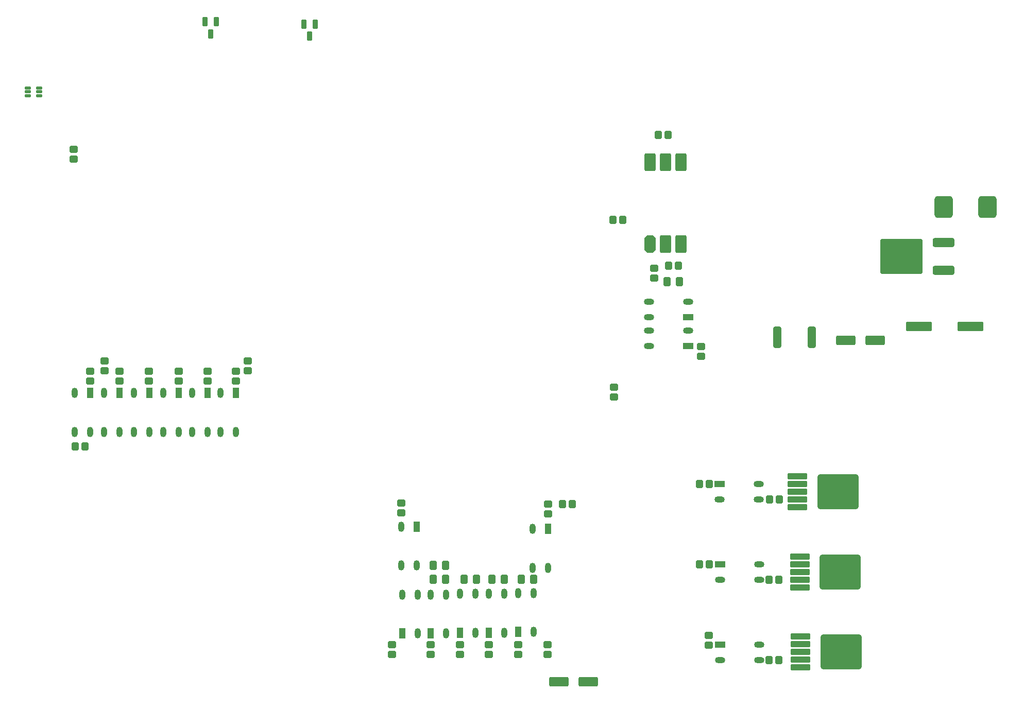
<source format=gtp>
%FSLAX44Y44*%
%MOMM*%
G71*
G01*
G75*
G04 Layer_Color=8421504*
G04:AMPARAMS|DCode=10|XSize=1.1mm|YSize=1mm|CornerRadius=0.15mm|HoleSize=0mm|Usage=FLASHONLY|Rotation=0.000|XOffset=0mm|YOffset=0mm|HoleType=Round|Shape=RoundedRectangle|*
%AMROUNDEDRECTD10*
21,1,1.1000,0.7000,0,0,0.0*
21,1,0.8000,1.0000,0,0,0.0*
1,1,0.3000,0.4000,-0.3500*
1,1,0.3000,-0.4000,-0.3500*
1,1,0.3000,-0.4000,0.3500*
1,1,0.3000,0.4000,0.3500*
%
%ADD10ROUNDEDRECTD10*%
G04:AMPARAMS|DCode=11|XSize=1.1mm|YSize=1mm|CornerRadius=0.15mm|HoleSize=0mm|Usage=FLASHONLY|Rotation=270.000|XOffset=0mm|YOffset=0mm|HoleType=Round|Shape=RoundedRectangle|*
%AMROUNDEDRECTD11*
21,1,1.1000,0.7000,0,0,270.0*
21,1,0.8000,1.0000,0,0,270.0*
1,1,0.3000,-0.3500,-0.4000*
1,1,0.3000,-0.3500,0.4000*
1,1,0.3000,0.3500,0.4000*
1,1,0.3000,0.3500,-0.4000*
%
%ADD11ROUNDEDRECTD11*%
G04:AMPARAMS|DCode=12|XSize=1.4mm|YSize=3mm|CornerRadius=0.21mm|HoleSize=0mm|Usage=FLASHONLY|Rotation=270.000|XOffset=0mm|YOffset=0mm|HoleType=Round|Shape=RoundedRectangle|*
%AMROUNDEDRECTD12*
21,1,1.4000,2.5800,0,0,270.0*
21,1,0.9800,3.0000,0,0,270.0*
1,1,0.4200,-1.2900,-0.4900*
1,1,0.4200,-1.2900,0.4900*
1,1,0.4200,1.2900,0.4900*
1,1,0.4200,1.2900,-0.4900*
%
%ADD12ROUNDEDRECTD12*%
%ADD13O,0.8000X1.5000*%
%ADD14R,0.8000X1.5000*%
%ADD15O,1.5000X0.8000*%
%ADD16R,1.5000X0.8000*%
G04:AMPARAMS|DCode=17|XSize=0.35mm|YSize=0.9mm|CornerRadius=0.0525mm|HoleSize=0mm|Usage=FLASHONLY|Rotation=90.000|XOffset=0mm|YOffset=0mm|HoleType=Round|Shape=RoundedRectangle|*
%AMROUNDEDRECTD17*
21,1,0.3500,0.7950,0,0,90.0*
21,1,0.2450,0.9000,0,0,90.0*
1,1,0.1050,0.3975,0.1225*
1,1,0.1050,0.3975,-0.1225*
1,1,0.1050,-0.3975,-0.1225*
1,1,0.1050,-0.3975,0.1225*
%
%ADD17ROUNDEDRECTD17*%
G04:AMPARAMS|DCode=18|XSize=3.3mm|YSize=1.1mm|CornerRadius=0.165mm|HoleSize=0mm|Usage=FLASHONLY|Rotation=270.000|XOffset=0mm|YOffset=0mm|HoleType=Round|Shape=RoundedRectangle|*
%AMROUNDEDRECTD18*
21,1,3.3000,0.7700,0,0,270.0*
21,1,2.9700,1.1000,0,0,270.0*
1,1,0.3300,-0.3850,-1.4850*
1,1,0.3300,-0.3850,1.4850*
1,1,0.3300,0.3850,1.4850*
1,1,0.3300,0.3850,-1.4850*
%
%ADD18ROUNDEDRECTD18*%
G04:AMPARAMS|DCode=19|XSize=0.65mm|YSize=1.4mm|CornerRadius=0.0975mm|HoleSize=0mm|Usage=FLASHONLY|Rotation=0.000|XOffset=0mm|YOffset=0mm|HoleType=Round|Shape=RoundedRectangle|*
%AMROUNDEDRECTD19*
21,1,0.6500,1.2050,0,0,0.0*
21,1,0.4550,1.4000,0,0,0.0*
1,1,0.1950,0.2275,-0.6025*
1,1,0.1950,-0.2275,-0.6025*
1,1,0.1950,-0.2275,0.6025*
1,1,0.1950,0.2275,0.6025*
%
%ADD19ROUNDEDRECTD19*%
G04:AMPARAMS|DCode=20|XSize=2.7mm|YSize=1.6mm|CornerRadius=0.08mm|HoleSize=0mm|Usage=FLASHONLY|Rotation=90.000|XOffset=0mm|YOffset=0mm|HoleType=Round|Shape=RoundedRectangle|*
%AMROUNDEDRECTD20*
21,1,2.7000,1.4400,0,0,90.0*
21,1,2.5400,1.6000,0,0,90.0*
1,1,0.1600,0.7200,1.2700*
1,1,0.1600,0.7200,-1.2700*
1,1,0.1600,-0.7200,-1.2700*
1,1,0.1600,-0.7200,1.2700*
%
%ADD20ROUNDEDRECTD20*%
G04:AMPARAMS|DCode=21|XSize=2.7mm|YSize=1.6mm|CornerRadius=0mm|HoleSize=0mm|Usage=FLASHONLY|Rotation=90.000|XOffset=0mm|YOffset=0mm|HoleType=Round|Shape=Octagon|*
%AMOCTAGOND21*
4,1,8,0.4000,1.3500,-0.4000,1.3500,-0.8000,0.9500,-0.8000,-0.9500,-0.4000,-1.3500,0.4000,-1.3500,0.8000,-0.9500,0.8000,0.9500,0.4000,1.3500,0.0*
%
%ADD21OCTAGOND21*%

G04:AMPARAMS|DCode=22|XSize=0.9mm|YSize=3.05mm|CornerRadius=0.135mm|HoleSize=0mm|Usage=FLASHONLY|Rotation=90.000|XOffset=0mm|YOffset=0mm|HoleType=Round|Shape=RoundedRectangle|*
%AMROUNDEDRECTD22*
21,1,0.9000,2.7800,0,0,90.0*
21,1,0.6300,3.0500,0,0,90.0*
1,1,0.2700,1.3900,0.3150*
1,1,0.2700,1.3900,-0.3150*
1,1,0.2700,-1.3900,-0.3150*
1,1,0.2700,-1.3900,0.3150*
%
%ADD22ROUNDEDRECTD22*%
G04:AMPARAMS|DCode=23|XSize=5.55mm|YSize=6.5mm|CornerRadius=0.2775mm|HoleSize=0mm|Usage=FLASHONLY|Rotation=90.000|XOffset=0mm|YOffset=0mm|HoleType=Round|Shape=RoundedRectangle|*
%AMROUNDEDRECTD23*
21,1,5.5500,5.9450,0,0,90.0*
21,1,4.9950,6.5000,0,0,90.0*
1,1,0.5550,2.9725,2.4975*
1,1,0.5550,2.9725,-2.4975*
1,1,0.5550,-2.9725,-2.4975*
1,1,0.5550,-2.9725,2.4975*
%
%ADD23ROUNDEDRECTD23*%
G04:AMPARAMS|DCode=24|XSize=2.8mm|YSize=3.4mm|CornerRadius=0.42mm|HoleSize=0mm|Usage=FLASHONLY|Rotation=180.000|XOffset=0mm|YOffset=0mm|HoleType=Round|Shape=RoundedRectangle|*
%AMROUNDEDRECTD24*
21,1,2.8000,2.5600,0,0,180.0*
21,1,1.9600,3.4000,0,0,180.0*
1,1,0.8400,-0.9800,1.2800*
1,1,0.8400,0.9800,1.2800*
1,1,0.8400,0.9800,-1.2800*
1,1,0.8400,-0.9800,-1.2800*
%
%ADD24ROUNDEDRECTD24*%
G04:AMPARAMS|DCode=25|XSize=5.6mm|YSize=6.8mm|CornerRadius=0.28mm|HoleSize=0mm|Usage=FLASHONLY|Rotation=270.000|XOffset=0mm|YOffset=0mm|HoleType=Round|Shape=RoundedRectangle|*
%AMROUNDEDRECTD25*
21,1,5.6000,6.2400,0,0,270.0*
21,1,5.0400,6.8000,0,0,270.0*
1,1,0.5600,-3.1200,-2.5200*
1,1,0.5600,-3.1200,2.5200*
1,1,0.5600,3.1200,2.5200*
1,1,0.5600,3.1200,-2.5200*
%
%ADD25ROUNDEDRECTD25*%
G04:AMPARAMS|DCode=26|XSize=1.3mm|YSize=3.35mm|CornerRadius=0.195mm|HoleSize=0mm|Usage=FLASHONLY|Rotation=270.000|XOffset=0mm|YOffset=0mm|HoleType=Round|Shape=RoundedRectangle|*
%AMROUNDEDRECTD26*
21,1,1.3000,2.9600,0,0,270.0*
21,1,0.9100,3.3500,0,0,270.0*
1,1,0.3900,-1.4800,-0.4550*
1,1,0.3900,-1.4800,0.4550*
1,1,0.3900,1.4800,0.4550*
1,1,0.3900,1.4800,-0.4550*
%
%ADD26ROUNDEDRECTD26*%
G04:AMPARAMS|DCode=27|XSize=1.4mm|YSize=4.1mm|CornerRadius=0.21mm|HoleSize=0mm|Usage=FLASHONLY|Rotation=270.000|XOffset=0mm|YOffset=0mm|HoleType=Round|Shape=RoundedRectangle|*
%AMROUNDEDRECTD27*
21,1,1.4000,3.6800,0,0,270.0*
21,1,0.9800,4.1000,0,0,270.0*
1,1,0.4200,-1.8400,-0.4900*
1,1,0.4200,-1.8400,0.4900*
1,1,0.4200,1.8400,0.4900*
1,1,0.4200,1.8400,-0.4900*
%
%ADD27ROUNDEDRECTD27*%
G04:AMPARAMS|DCode=28|XSize=1.3mm|YSize=1mm|CornerRadius=0.15mm|HoleSize=0mm|Usage=FLASHONLY|Rotation=270.000|XOffset=0mm|YOffset=0mm|HoleType=Round|Shape=RoundedRectangle|*
%AMROUNDEDRECTD28*
21,1,1.3000,0.7000,0,0,270.0*
21,1,1.0000,1.0000,0,0,270.0*
1,1,0.3000,-0.3500,-0.5000*
1,1,0.3000,-0.3500,0.5000*
1,1,0.3000,0.3500,0.5000*
1,1,0.3000,0.3500,-0.5000*
%
%ADD28ROUNDEDRECTD28*%
%ADD29C,2.0000*%
%ADD30C,0.3000*%
%ADD31C,0.5000*%
%ADD32C,0.7500*%
%ADD33C,0.4000*%
%ADD34C,0.2000*%
%ADD35C,1.0000*%
%ADD36C,0.3100*%
%ADD37C,1.8000*%
G04:AMPARAMS|DCode=38|XSize=1.8mm|YSize=1.8mm|CornerRadius=0.27mm|HoleSize=0mm|Usage=FLASHONLY|Rotation=0.000|XOffset=0mm|YOffset=0mm|HoleType=Round|Shape=RoundedRectangle|*
%AMROUNDEDRECTD38*
21,1,1.8000,1.2600,0,0,0.0*
21,1,1.2600,1.8000,0,0,0.0*
1,1,0.5400,0.6300,-0.6300*
1,1,0.5400,-0.6300,-0.6300*
1,1,0.5400,-0.6300,0.6300*
1,1,0.5400,0.6300,0.6300*
%
%ADD38ROUNDEDRECTD38*%
%ADD39O,1.5000X2.5000*%
G04:AMPARAMS|DCode=40|XSize=1.8mm|YSize=1.8mm|CornerRadius=0.45mm|HoleSize=0mm|Usage=FLASHONLY|Rotation=90.000|XOffset=0mm|YOffset=0mm|HoleType=Round|Shape=RoundedRectangle|*
%AMROUNDEDRECTD40*
21,1,1.8000,0.9000,0,0,90.0*
21,1,0.9000,1.8000,0,0,90.0*
1,1,0.9000,0.4500,0.4500*
1,1,0.9000,0.4500,-0.4500*
1,1,0.9000,-0.4500,-0.4500*
1,1,0.9000,-0.4500,0.4500*
%
%ADD40ROUNDEDRECTD40*%
%ADD41C,2.5000*%
G04:AMPARAMS|DCode=42|XSize=2.5mm|YSize=2.5mm|CornerRadius=0.375mm|HoleSize=0mm|Usage=FLASHONLY|Rotation=180.000|XOffset=0mm|YOffset=0mm|HoleType=Round|Shape=RoundedRectangle|*
%AMROUNDEDRECTD42*
21,1,2.5000,1.7500,0,0,180.0*
21,1,1.7500,2.5000,0,0,180.0*
1,1,0.7500,-0.8750,0.8750*
1,1,0.7500,0.8750,0.8750*
1,1,0.7500,0.8750,-0.8750*
1,1,0.7500,-0.8750,-0.8750*
%
%ADD42ROUNDEDRECTD42*%
G04:AMPARAMS|DCode=43|XSize=1.8mm|YSize=1.8mm|CornerRadius=0.45mm|HoleSize=0mm|Usage=FLASHONLY|Rotation=180.000|XOffset=0mm|YOffset=0mm|HoleType=Round|Shape=RoundedRectangle|*
%AMROUNDEDRECTD43*
21,1,1.8000,0.9000,0,0,180.0*
21,1,0.9000,1.8000,0,0,180.0*
1,1,0.9000,-0.4500,0.4500*
1,1,0.9000,0.4500,0.4500*
1,1,0.9000,0.4500,-0.4500*
1,1,0.9000,-0.4500,-0.4500*
%
%ADD43ROUNDEDRECTD43*%
G04:AMPARAMS|DCode=44|XSize=6.5mm|YSize=3.6mm|CornerRadius=1.26mm|HoleSize=0mm|Usage=FLASHONLY|Rotation=180.000|XOffset=0mm|YOffset=0mm|HoleType=Round|Shape=RoundedRectangle|*
%AMROUNDEDRECTD44*
21,1,6.5000,1.0800,0,0,180.0*
21,1,3.9800,3.6000,0,0,180.0*
1,1,2.5200,-1.9900,0.5400*
1,1,2.5200,1.9900,0.5400*
1,1,2.5200,1.9900,-0.5400*
1,1,2.5200,-1.9900,-0.5400*
%
%ADD44ROUNDEDRECTD44*%
%ADD45R,1.5000X1.5000*%
%ADD46C,1.5000*%
%ADD47C,3.8000*%
%ADD48C,1.6000*%
%ADD49R,1.6000X1.6000*%
G04:AMPARAMS|DCode=50|XSize=1.4mm|YSize=1.4mm|CornerRadius=0.21mm|HoleSize=0mm|Usage=FLASHONLY|Rotation=0.000|XOffset=0mm|YOffset=0mm|HoleType=Round|Shape=RoundedRectangle|*
%AMROUNDEDRECTD50*
21,1,1.4000,0.9800,0,0,0.0*
21,1,0.9800,1.4000,0,0,0.0*
1,1,0.4200,0.4900,-0.4900*
1,1,0.4200,-0.4900,-0.4900*
1,1,0.4200,-0.4900,0.4900*
1,1,0.4200,0.4900,0.4900*
%
%ADD50ROUNDEDRECTD50*%
%ADD51C,1.4000*%
G04:AMPARAMS|DCode=52|XSize=6.5mm|YSize=3.6mm|CornerRadius=1.26mm|HoleSize=0mm|Usage=FLASHONLY|Rotation=270.000|XOffset=0mm|YOffset=0mm|HoleType=Round|Shape=RoundedRectangle|*
%AMROUNDEDRECTD52*
21,1,6.5000,1.0800,0,0,270.0*
21,1,3.9800,3.6000,0,0,270.0*
1,1,2.5200,-0.5400,-1.9900*
1,1,2.5200,-0.5400,1.9900*
1,1,2.5200,0.5400,1.9900*
1,1,2.5200,0.5400,-1.9900*
%
%ADD52ROUNDEDRECTD52*%
G04:AMPARAMS|DCode=53|XSize=1.4mm|YSize=1.4mm|CornerRadius=0.21mm|HoleSize=0mm|Usage=FLASHONLY|Rotation=90.000|XOffset=0mm|YOffset=0mm|HoleType=Round|Shape=RoundedRectangle|*
%AMROUNDEDRECTD53*
21,1,1.4000,0.9800,0,0,90.0*
21,1,0.9800,1.4000,0,0,90.0*
1,1,0.4200,0.4900,0.4900*
1,1,0.4200,0.4900,-0.4900*
1,1,0.4200,-0.4900,-0.4900*
1,1,0.4200,-0.4900,0.4900*
%
%ADD53ROUNDEDRECTD53*%
%ADD54C,8.0000*%
%ADD55C,1.0000*%
%ADD56C,1.7000*%
%ADD57C,0.1500*%
%ADD58C,0.2500*%
%ADD59C,0.2540*%
%ADD60C,0.1000*%
%ADD61C,0.1800*%
G04:AMPARAMS|DCode=62|XSize=1.3mm|YSize=1.2mm|CornerRadius=0.25mm|HoleSize=0mm|Usage=FLASHONLY|Rotation=0.000|XOffset=0mm|YOffset=0mm|HoleType=Round|Shape=RoundedRectangle|*
%AMROUNDEDRECTD62*
21,1,1.3000,0.7000,0,0,0.0*
21,1,0.8000,1.2000,0,0,0.0*
1,1,0.5000,0.4000,-0.3500*
1,1,0.5000,-0.4000,-0.3500*
1,1,0.5000,-0.4000,0.3500*
1,1,0.5000,0.4000,0.3500*
%
%ADD62ROUNDEDRECTD62*%
G04:AMPARAMS|DCode=63|XSize=1.3mm|YSize=1.2mm|CornerRadius=0.25mm|HoleSize=0mm|Usage=FLASHONLY|Rotation=270.000|XOffset=0mm|YOffset=0mm|HoleType=Round|Shape=RoundedRectangle|*
%AMROUNDEDRECTD63*
21,1,1.3000,0.7000,0,0,270.0*
21,1,0.8000,1.2000,0,0,270.0*
1,1,0.5000,-0.3500,-0.4000*
1,1,0.5000,-0.3500,0.4000*
1,1,0.5000,0.3500,0.4000*
1,1,0.5000,0.3500,-0.4000*
%
%ADD63ROUNDEDRECTD63*%
G04:AMPARAMS|DCode=64|XSize=1.6mm|YSize=3.2mm|CornerRadius=0.31mm|HoleSize=0mm|Usage=FLASHONLY|Rotation=270.000|XOffset=0mm|YOffset=0mm|HoleType=Round|Shape=RoundedRectangle|*
%AMROUNDEDRECTD64*
21,1,1.6000,2.5800,0,0,270.0*
21,1,0.9800,3.2000,0,0,270.0*
1,1,0.6200,-1.2900,-0.4900*
1,1,0.6200,-1.2900,0.4900*
1,1,0.6200,1.2900,0.4900*
1,1,0.6200,1.2900,-0.4900*
%
%ADD64ROUNDEDRECTD64*%
%ADD65O,1.0000X1.7000*%
%ADD66R,1.0000X1.7000*%
%ADD67O,1.7000X1.0000*%
%ADD68R,1.7000X1.0000*%
G04:AMPARAMS|DCode=69|XSize=0.55mm|YSize=1.1mm|CornerRadius=0.1525mm|HoleSize=0mm|Usage=FLASHONLY|Rotation=90.000|XOffset=0mm|YOffset=0mm|HoleType=Round|Shape=RoundedRectangle|*
%AMROUNDEDRECTD69*
21,1,0.5500,0.7950,0,0,90.0*
21,1,0.2450,1.1000,0,0,90.0*
1,1,0.3050,0.3975,0.1225*
1,1,0.3050,0.3975,-0.1225*
1,1,0.3050,-0.3975,-0.1225*
1,1,0.3050,-0.3975,0.1225*
%
%ADD69ROUNDEDRECTD69*%
G04:AMPARAMS|DCode=70|XSize=3.5mm|YSize=1.3mm|CornerRadius=0.265mm|HoleSize=0mm|Usage=FLASHONLY|Rotation=270.000|XOffset=0mm|YOffset=0mm|HoleType=Round|Shape=RoundedRectangle|*
%AMROUNDEDRECTD70*
21,1,3.5000,0.7700,0,0,270.0*
21,1,2.9700,1.3000,0,0,270.0*
1,1,0.5300,-0.3850,-1.4850*
1,1,0.5300,-0.3850,1.4850*
1,1,0.5300,0.3850,1.4850*
1,1,0.5300,0.3850,-1.4850*
%
%ADD70ROUNDEDRECTD70*%
G04:AMPARAMS|DCode=71|XSize=0.85mm|YSize=1.6mm|CornerRadius=0.1975mm|HoleSize=0mm|Usage=FLASHONLY|Rotation=0.000|XOffset=0mm|YOffset=0mm|HoleType=Round|Shape=RoundedRectangle|*
%AMROUNDEDRECTD71*
21,1,0.8500,1.2050,0,0,0.0*
21,1,0.4550,1.6000,0,0,0.0*
1,1,0.3950,0.2275,-0.6025*
1,1,0.3950,-0.2275,-0.6025*
1,1,0.3950,-0.2275,0.6025*
1,1,0.3950,0.2275,0.6025*
%
%ADD71ROUNDEDRECTD71*%
G04:AMPARAMS|DCode=72|XSize=2.9mm|YSize=1.8mm|CornerRadius=0.18mm|HoleSize=0mm|Usage=FLASHONLY|Rotation=90.000|XOffset=0mm|YOffset=0mm|HoleType=Round|Shape=RoundedRectangle|*
%AMROUNDEDRECTD72*
21,1,2.9000,1.4400,0,0,90.0*
21,1,2.5400,1.8000,0,0,90.0*
1,1,0.3600,0.7200,1.2700*
1,1,0.3600,0.7200,-1.2700*
1,1,0.3600,-0.7200,-1.2700*
1,1,0.3600,-0.7200,1.2700*
%
%ADD72ROUNDEDRECTD72*%
G04:AMPARAMS|DCode=73|XSize=2.9mm|YSize=1.8mm|CornerRadius=0mm|HoleSize=0mm|Usage=FLASHONLY|Rotation=90.000|XOffset=0mm|YOffset=0mm|HoleType=Round|Shape=Octagon|*
%AMOCTAGOND73*
4,1,8,0.4500,1.4500,-0.4500,1.4500,-0.9000,1.0000,-0.9000,-1.0000,-0.4500,-1.4500,0.4500,-1.4500,0.9000,-1.0000,0.9000,1.0000,0.4500,1.4500,0.0*
%
%ADD73OCTAGOND73*%

G04:AMPARAMS|DCode=74|XSize=1.1mm|YSize=3.25mm|CornerRadius=0.235mm|HoleSize=0mm|Usage=FLASHONLY|Rotation=90.000|XOffset=0mm|YOffset=0mm|HoleType=Round|Shape=RoundedRectangle|*
%AMROUNDEDRECTD74*
21,1,1.1000,2.7800,0,0,90.0*
21,1,0.6300,3.2500,0,0,90.0*
1,1,0.4700,1.3900,0.3150*
1,1,0.4700,1.3900,-0.3150*
1,1,0.4700,-1.3900,-0.3150*
1,1,0.4700,-1.3900,0.3150*
%
%ADD74ROUNDEDRECTD74*%
G04:AMPARAMS|DCode=75|XSize=5.75mm|YSize=6.7mm|CornerRadius=0.3775mm|HoleSize=0mm|Usage=FLASHONLY|Rotation=90.000|XOffset=0mm|YOffset=0mm|HoleType=Round|Shape=RoundedRectangle|*
%AMROUNDEDRECTD75*
21,1,5.7500,5.9450,0,0,90.0*
21,1,4.9950,6.7000,0,0,90.0*
1,1,0.7550,2.9725,2.4975*
1,1,0.7550,2.9725,-2.4975*
1,1,0.7550,-2.9725,-2.4975*
1,1,0.7550,-2.9725,2.4975*
%
%ADD75ROUNDEDRECTD75*%
G04:AMPARAMS|DCode=76|XSize=3mm|YSize=3.6mm|CornerRadius=0.52mm|HoleSize=0mm|Usage=FLASHONLY|Rotation=180.000|XOffset=0mm|YOffset=0mm|HoleType=Round|Shape=RoundedRectangle|*
%AMROUNDEDRECTD76*
21,1,3.0000,2.5600,0,0,180.0*
21,1,1.9600,3.6000,0,0,180.0*
1,1,1.0400,-0.9800,1.2800*
1,1,1.0400,0.9800,1.2800*
1,1,1.0400,0.9800,-1.2800*
1,1,1.0400,-0.9800,-1.2800*
%
%ADD76ROUNDEDRECTD76*%
G04:AMPARAMS|DCode=77|XSize=5.8mm|YSize=7mm|CornerRadius=0.38mm|HoleSize=0mm|Usage=FLASHONLY|Rotation=270.000|XOffset=0mm|YOffset=0mm|HoleType=Round|Shape=RoundedRectangle|*
%AMROUNDEDRECTD77*
21,1,5.8000,6.2400,0,0,270.0*
21,1,5.0400,7.0000,0,0,270.0*
1,1,0.7600,-3.1200,-2.5200*
1,1,0.7600,-3.1200,2.5200*
1,1,0.7600,3.1200,2.5200*
1,1,0.7600,3.1200,-2.5200*
%
%ADD77ROUNDEDRECTD77*%
G04:AMPARAMS|DCode=78|XSize=1.5mm|YSize=3.55mm|CornerRadius=0.295mm|HoleSize=0mm|Usage=FLASHONLY|Rotation=270.000|XOffset=0mm|YOffset=0mm|HoleType=Round|Shape=RoundedRectangle|*
%AMROUNDEDRECTD78*
21,1,1.5000,2.9600,0,0,270.0*
21,1,0.9100,3.5500,0,0,270.0*
1,1,0.5900,-1.4800,-0.4550*
1,1,0.5900,-1.4800,0.4550*
1,1,0.5900,1.4800,0.4550*
1,1,0.5900,1.4800,-0.4550*
%
%ADD78ROUNDEDRECTD78*%
G04:AMPARAMS|DCode=79|XSize=1.6mm|YSize=4.3mm|CornerRadius=0.31mm|HoleSize=0mm|Usage=FLASHONLY|Rotation=270.000|XOffset=0mm|YOffset=0mm|HoleType=Round|Shape=RoundedRectangle|*
%AMROUNDEDRECTD79*
21,1,1.6000,3.6800,0,0,270.0*
21,1,0.9800,4.3000,0,0,270.0*
1,1,0.6200,-1.8400,-0.4900*
1,1,0.6200,-1.8400,0.4900*
1,1,0.6200,1.8400,0.4900*
1,1,0.6200,1.8400,-0.4900*
%
%ADD79ROUNDEDRECTD79*%
G04:AMPARAMS|DCode=80|XSize=1.5mm|YSize=1.2mm|CornerRadius=0.25mm|HoleSize=0mm|Usage=FLASHONLY|Rotation=270.000|XOffset=0mm|YOffset=0mm|HoleType=Round|Shape=RoundedRectangle|*
%AMROUNDEDRECTD80*
21,1,1.5000,0.7000,0,0,270.0*
21,1,1.0000,1.2000,0,0,270.0*
1,1,0.5000,-0.3500,-0.5000*
1,1,0.5000,-0.3500,0.5000*
1,1,0.5000,0.3500,0.5000*
1,1,0.5000,0.3500,-0.5000*
%
%ADD80ROUNDEDRECTD80*%
D62*
X1159510Y723520D02*
D03*
Y739520D02*
D03*
X1050290Y300610D02*
D03*
Y316610D02*
D03*
X322580Y766700D02*
D03*
Y782700D02*
D03*
X557530Y766700D02*
D03*
Y782700D02*
D03*
X271780Y1114680D02*
D03*
Y1130680D02*
D03*
X1315720Y315850D02*
D03*
Y331850D02*
D03*
X346710Y750190D02*
D03*
Y766190D02*
D03*
X1225550Y935100D02*
D03*
Y919100D02*
D03*
X444500Y750190D02*
D03*
Y766190D02*
D03*
X1051560Y531750D02*
D03*
Y547750D02*
D03*
X394970Y750190D02*
D03*
Y766190D02*
D03*
X810260Y533020D02*
D03*
Y549020D02*
D03*
X795020Y316610D02*
D03*
Y300610D02*
D03*
X1303020Y806830D02*
D03*
Y790830D02*
D03*
X538480Y750190D02*
D03*
Y766190D02*
D03*
X298450Y750190D02*
D03*
Y766190D02*
D03*
X491490Y750190D02*
D03*
Y766190D02*
D03*
X1002030Y300610D02*
D03*
Y316610D02*
D03*
X953770Y300610D02*
D03*
Y316610D02*
D03*
X906780Y300610D02*
D03*
Y316610D02*
D03*
X858520Y300610D02*
D03*
Y316610D02*
D03*
D63*
X1075310Y547370D02*
D03*
X1091310D02*
D03*
X1157860Y1014730D02*
D03*
X1173860D02*
D03*
X1316100Y448310D02*
D03*
X1300100D02*
D03*
X1316100Y580390D02*
D03*
X1300100D02*
D03*
X1414400Y422910D02*
D03*
X1430400D02*
D03*
X1414400Y290830D02*
D03*
X1430400D02*
D03*
X1248790Y1154430D02*
D03*
X1232790D02*
D03*
X1265300Y939800D02*
D03*
X1249300D02*
D03*
X289940Y642620D02*
D03*
X273940D02*
D03*
X1415670Y554990D02*
D03*
X1431670D02*
D03*
D64*
X1069470Y255270D02*
D03*
X1117470D02*
D03*
X1588640Y816610D02*
D03*
X1540640D02*
D03*
D65*
X273050Y666500D02*
D03*
X298450D02*
D03*
X273050Y730500D02*
D03*
X321310Y666500D02*
D03*
X346710D02*
D03*
X321310Y730500D02*
D03*
X466090Y666500D02*
D03*
X491490D02*
D03*
X466090Y730500D02*
D03*
X513080Y666500D02*
D03*
X538480D02*
D03*
X513080Y730500D02*
D03*
X419100D02*
D03*
X444500Y666500D02*
D03*
X419100D02*
D03*
X1026160Y506980D02*
D03*
X1051560Y442980D02*
D03*
X1026160D02*
D03*
X1027430Y337570D02*
D03*
X1002030Y401570D02*
D03*
X1027430D02*
D03*
X370840Y730500D02*
D03*
X396240Y666500D02*
D03*
X370840D02*
D03*
X979170Y336300D02*
D03*
X953770Y400300D02*
D03*
X979170D02*
D03*
X932180Y336300D02*
D03*
X906780Y400300D02*
D03*
X932180D02*
D03*
X883920Y335030D02*
D03*
X858520Y399030D02*
D03*
X883920D02*
D03*
X810260Y510790D02*
D03*
X835660Y446790D02*
D03*
X810260D02*
D03*
X836930Y335030D02*
D03*
X811530Y399030D02*
D03*
X836930D02*
D03*
D66*
X298450Y730500D02*
D03*
X346710D02*
D03*
X491490D02*
D03*
X538480D02*
D03*
X444500D02*
D03*
X1051560Y506980D02*
D03*
X1002030Y337570D02*
D03*
X396240Y730500D02*
D03*
X953770Y336300D02*
D03*
X906780D02*
D03*
X858520Y335030D02*
D03*
X835660Y510790D02*
D03*
X811530Y335030D02*
D03*
D67*
X1397250Y554990D02*
D03*
Y580390D02*
D03*
X1333250Y554990D02*
D03*
X1398520Y290830D02*
D03*
Y316230D02*
D03*
X1334520Y290830D02*
D03*
X1398520Y422910D02*
D03*
Y448310D02*
D03*
X1334520Y422910D02*
D03*
X1281680Y833120D02*
D03*
X1217680Y807720D02*
D03*
Y833120D02*
D03*
X1281680Y880110D02*
D03*
X1217680Y854710D02*
D03*
Y880110D02*
D03*
D68*
X1333250Y580390D02*
D03*
X1334520Y316230D02*
D03*
Y448310D02*
D03*
X1281680Y807720D02*
D03*
Y854710D02*
D03*
D69*
X215240Y1232050D02*
D03*
Y1225550D02*
D03*
Y1219050D02*
D03*
X196240D02*
D03*
Y1225550D02*
D03*
Y1232050D02*
D03*
D70*
X1428190Y821690D02*
D03*
X1485190D02*
D03*
D71*
X659130Y1317150D02*
D03*
X649630Y1337150D02*
D03*
X668630D02*
D03*
X496570Y1320960D02*
D03*
X487070Y1340960D02*
D03*
X506070D02*
D03*
D72*
X1270000Y975170D02*
D03*
Y1110170D02*
D03*
X1219200D02*
D03*
X1244600D02*
D03*
Y975170D02*
D03*
D73*
X1219200D02*
D03*
D74*
X1466260Y304750D02*
D03*
Y279400D02*
D03*
Y317500D02*
D03*
Y292100D02*
D03*
Y330200D02*
D03*
X1464990Y436195D02*
D03*
Y410845D02*
D03*
Y448945D02*
D03*
Y423545D02*
D03*
Y461645D02*
D03*
X1461180Y593090D02*
D03*
Y554990D02*
D03*
Y580390D02*
D03*
Y542290D02*
D03*
Y567640D02*
D03*
D75*
X1532760Y304800D02*
D03*
X1531490Y436245D02*
D03*
X1527680Y567690D02*
D03*
D76*
X1701360Y1036320D02*
D03*
X1773360D02*
D03*
D77*
X1632080Y955040D02*
D03*
D78*
X1701580Y977940D02*
D03*
Y932140D02*
D03*
D79*
X1745570Y839470D02*
D03*
X1660570D02*
D03*
D80*
X1247300Y913130D02*
D03*
X1267300D02*
D03*
X1027270Y424180D02*
D03*
X1007270D02*
D03*
X979010D02*
D03*
X959010D02*
D03*
X933290D02*
D03*
X913290D02*
D03*
X882490Y447040D02*
D03*
X862490D02*
D03*
X882490Y424180D02*
D03*
X862490D02*
D03*
M02*

</source>
